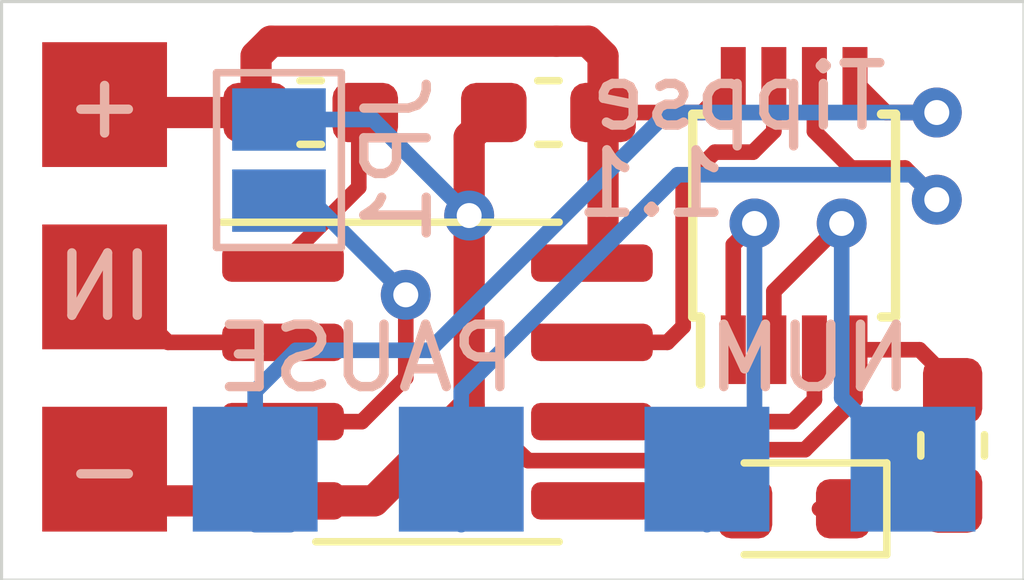
<source format=kicad_pcb>
(kicad_pcb (version 20171130) (host pcbnew "(5.1.5)-3")

  (general
    (thickness 1.6)
    (drawings 12)
    (tracks 96)
    (zones 0)
    (modules 14)
    (nets 14)
  )

  (page A4)
  (layers
    (0 F.Cu signal)
    (31 B.Cu signal)
    (32 B.Adhes user)
    (33 F.Adhes user)
    (34 B.Paste user)
    (35 F.Paste user)
    (36 B.SilkS user)
    (37 F.SilkS user)
    (38 B.Mask user)
    (39 F.Mask user)
    (40 Dwgs.User user)
    (41 Cmts.User user)
    (42 Eco1.User user)
    (43 Eco2.User user)
    (44 Edge.Cuts user)
    (45 Margin user)
    (46 B.CrtYd user)
    (47 F.CrtYd user)
    (48 B.Fab user hide)
    (49 F.Fab user hide)
  )

  (setup
    (last_trace_width 0.25)
    (user_trace_width 0.5)
    (trace_clearance 0.2)
    (zone_clearance 0.508)
    (zone_45_only no)
    (trace_min 0.2)
    (via_size 0.8)
    (via_drill 0.4)
    (via_min_size 0.4)
    (via_min_drill 0.3)
    (uvia_size 0.3)
    (uvia_drill 0.1)
    (uvias_allowed no)
    (uvia_min_size 0.2)
    (uvia_min_drill 0.1)
    (edge_width 0.05)
    (segment_width 0.2)
    (pcb_text_width 0.3)
    (pcb_text_size 1.5 1.5)
    (mod_edge_width 0.12)
    (mod_text_size 1 1)
    (mod_text_width 0.15)
    (pad_size 1.524 1.524)
    (pad_drill 0.762)
    (pad_to_mask_clearance 0.051)
    (solder_mask_min_width 0.25)
    (aux_axis_origin 0 0)
    (visible_elements 7FFFFFFF)
    (pcbplotparams
      (layerselection 0x0ffab_ffffffff)
      (usegerberextensions false)
      (usegerberattributes false)
      (usegerberadvancedattributes false)
      (creategerberjobfile true)
      (excludeedgelayer true)
      (linewidth 0.100000)
      (plotframeref false)
      (viasonmask false)
      (mode 1)
      (useauxorigin false)
      (hpglpennumber 1)
      (hpglpenspeed 20)
      (hpglpendiameter 15.000000)
      (psnegative false)
      (psa4output false)
      (plotreference true)
      (plotvalue true)
      (plotinvisibletext false)
      (padsonsilk false)
      (subtractmaskfromsilk true)
      (outputformat 1)
      (mirror false)
      (drillshape 0)
      (scaleselection 1)
      (outputdirectory ""))
  )

  (net 0 "")
  (net 1 +5V)
  (net 2 "Net-(D1-Pad2)")
  (net 3 "Net-(J2-Pad1)")
  (net 4 "Net-(R2-Pad2)")
  (net 5 "Net-(U1-Pad7)")
  (net 6 GND)
  (net 7 "Net-(U1-Pad3)")
  (net 8 "Net-(J4-Pad1)")
  (net 9 "Net-(J5-Pad1)")
  (net 10 "Net-(J6-Pad1)")
  (net 11 "Net-(J7-Pad1)")
  (net 12 "Net-(JP1-Pad1)")
  (net 13 "Net-(D1-Pad1)")

  (net_class Default "Dies ist die voreingestellte Netzklasse."
    (clearance 0.2)
    (trace_width 0.25)
    (via_dia 0.8)
    (via_drill 0.4)
    (uvia_dia 0.3)
    (uvia_drill 0.1)
    (add_net +5V)
    (add_net GND)
    (add_net "Net-(D1-Pad1)")
    (add_net "Net-(D1-Pad2)")
    (add_net "Net-(J2-Pad1)")
    (add_net "Net-(J4-Pad1)")
    (add_net "Net-(J5-Pad1)")
    (add_net "Net-(J6-Pad1)")
    (add_net "Net-(J7-Pad1)")
    (add_net "Net-(JP1-Pad1)")
    (add_net "Net-(R2-Pad2)")
    (add_net "Net-(U1-Pad3)")
    (add_net "Net-(U1-Pad7)")
  )

  (module LED_SMD:LED_0603_1608Metric (layer F.Cu) (tedit 5B301BBE) (tstamp 5E4353F4)
    (at 206.121 127.889 180)
    (descr "LED SMD 0603 (1608 Metric), square (rectangular) end terminal, IPC_7351 nominal, (Body size source: http://www.tortai-tech.com/upload/download/2011102023233369053.pdf), generated with kicad-footprint-generator")
    (tags diode)
    (path /5E446F0D)
    (attr smd)
    (fp_text reference D1 (at -0.508 -3.937) (layer F.SilkS) hide
      (effects (font (size 1 1) (thickness 0.15)))
    )
    (fp_text value LED (at 0 1.43) (layer F.Fab)
      (effects (font (size 1 1) (thickness 0.15)))
    )
    (fp_text user %R (at 0 0) (layer F.Fab)
      (effects (font (size 0.4 0.4) (thickness 0.06)))
    )
    (fp_line (start 1.48 0.73) (end -1.48 0.73) (layer F.CrtYd) (width 0.05))
    (fp_line (start 1.48 -0.73) (end 1.48 0.73) (layer F.CrtYd) (width 0.05))
    (fp_line (start -1.48 -0.73) (end 1.48 -0.73) (layer F.CrtYd) (width 0.05))
    (fp_line (start -1.48 0.73) (end -1.48 -0.73) (layer F.CrtYd) (width 0.05))
    (fp_line (start -1.485 0.735) (end 0.8 0.735) (layer F.SilkS) (width 0.12))
    (fp_line (start -1.485 -0.735) (end -1.485 0.735) (layer F.SilkS) (width 0.12))
    (fp_line (start 0.8 -0.735) (end -1.485 -0.735) (layer F.SilkS) (width 0.12))
    (fp_line (start 0.8 0.4) (end 0.8 -0.4) (layer F.Fab) (width 0.1))
    (fp_line (start -0.8 0.4) (end 0.8 0.4) (layer F.Fab) (width 0.1))
    (fp_line (start -0.8 -0.1) (end -0.8 0.4) (layer F.Fab) (width 0.1))
    (fp_line (start -0.5 -0.4) (end -0.8 -0.1) (layer F.Fab) (width 0.1))
    (fp_line (start 0.8 -0.4) (end -0.5 -0.4) (layer F.Fab) (width 0.1))
    (pad 2 smd roundrect (at 0.7875 0 180) (size 0.875 0.95) (layers F.Cu F.Paste F.Mask) (roundrect_rratio 0.25)
      (net 2 "Net-(D1-Pad2)"))
    (pad 1 smd roundrect (at -0.7875 0 180) (size 0.875 0.95) (layers F.Cu F.Paste F.Mask) (roundrect_rratio 0.25)
      (net 13 "Net-(D1-Pad1)"))
    (model ${KISYS3DMOD}/LED_SMD.3dshapes/LED_0603_1608Metric.wrl
      (at (xyz 0 0 0))
      (scale (xyz 1 1 1))
      (rotate (xyz 0 0 0))
    )
  )

  (module Package_SO:SOIC-8_3.9x4.9mm_P1.27mm (layer F.Cu) (tedit 5D9F72B1) (tstamp 5E4342E9)
    (at 200.406 125.857)
    (descr "SOIC, 8 Pin (JEDEC MS-012AA, https://www.analog.com/media/en/package-pcb-resources/package/pkg_pdf/soic_narrow-r/r_8.pdf), generated with kicad-footprint-generator ipc_gullwing_generator.py")
    (tags "SOIC SO")
    (path /5E42DE72)
    (attr smd)
    (fp_text reference U2 (at -0.127 5.969) (layer F.SilkS) hide
      (effects (font (size 1 1) (thickness 0.15)))
    )
    (fp_text value ATtiny13-20SSU (at 0 3.4) (layer F.Fab)
      (effects (font (size 1 1) (thickness 0.15)))
    )
    (fp_text user %R (at 0 0) (layer F.Fab)
      (effects (font (size 0.98 0.98) (thickness 0.15)))
    )
    (fp_line (start 3.7 -2.7) (end -3.7 -2.7) (layer F.CrtYd) (width 0.05))
    (fp_line (start 3.7 2.7) (end 3.7 -2.7) (layer F.CrtYd) (width 0.05))
    (fp_line (start -3.7 2.7) (end 3.7 2.7) (layer F.CrtYd) (width 0.05))
    (fp_line (start -3.7 -2.7) (end -3.7 2.7) (layer F.CrtYd) (width 0.05))
    (fp_line (start -1.95 -1.475) (end -0.975 -2.45) (layer F.Fab) (width 0.1))
    (fp_line (start -1.95 2.45) (end -1.95 -1.475) (layer F.Fab) (width 0.1))
    (fp_line (start 1.95 2.45) (end -1.95 2.45) (layer F.Fab) (width 0.1))
    (fp_line (start 1.95 -2.45) (end 1.95 2.45) (layer F.Fab) (width 0.1))
    (fp_line (start -0.975 -2.45) (end 1.95 -2.45) (layer F.Fab) (width 0.1))
    (fp_line (start 0 -2.56) (end -3.45 -2.56) (layer F.SilkS) (width 0.12))
    (fp_line (start 0 -2.56) (end 1.95 -2.56) (layer F.SilkS) (width 0.12))
    (fp_line (start 0 2.56) (end -1.95 2.56) (layer F.SilkS) (width 0.12))
    (fp_line (start 0 2.56) (end 1.95 2.56) (layer F.SilkS) (width 0.12))
    (pad 8 smd roundrect (at 2.475 -1.905) (size 1.95 0.6) (layers F.Cu F.Paste F.Mask) (roundrect_rratio 0.25)
      (net 1 +5V))
    (pad 7 smd roundrect (at 2.475 -0.635) (size 1.95 0.6) (layers F.Cu F.Paste F.Mask) (roundrect_rratio 0.25)
      (net 5 "Net-(U1-Pad7)"))
    (pad 6 smd roundrect (at 2.475 0.635) (size 1.95 0.6) (layers F.Cu F.Paste F.Mask) (roundrect_rratio 0.25)
      (net 7 "Net-(U1-Pad3)"))
    (pad 5 smd roundrect (at 2.475 1.905) (size 1.95 0.6) (layers F.Cu F.Paste F.Mask) (roundrect_rratio 0.25)
      (net 2 "Net-(D1-Pad2)"))
    (pad 4 smd roundrect (at -2.475 1.905) (size 1.95 0.6) (layers F.Cu F.Paste F.Mask) (roundrect_rratio 0.25)
      (net 6 GND))
    (pad 3 smd roundrect (at -2.475 0.635) (size 1.95 0.6) (layers F.Cu F.Paste F.Mask) (roundrect_rratio 0.25)
      (net 12 "Net-(JP1-Pad1)"))
    (pad 2 smd roundrect (at -2.475 -0.635) (size 1.95 0.6) (layers F.Cu F.Paste F.Mask) (roundrect_rratio 0.25)
      (net 3 "Net-(J2-Pad1)"))
    (pad 1 smd roundrect (at -2.475 -1.905) (size 1.95 0.6) (layers F.Cu F.Paste F.Mask) (roundrect_rratio 0.25)
      (net 4 "Net-(R2-Pad2)"))
    (model ${KISYS3DMOD}/Package_SO.3dshapes/SOIC-8_3.9x4.9mm_P1.27mm.wrl
      (at (xyz 0 0 0))
      (scale (xyz 1 1 1))
      (rotate (xyz 0 0 0))
    )
  )

  (module Package_SO:TSSOP-8_3x3mm_P0.65mm (layer F.Cu) (tedit 5A02F25C) (tstamp 5E4342CF)
    (at 206.121 123.19 90)
    (descr "TSSOP8: plastic thin shrink small outline package; 8 leads; body width 3 mm; (see NXP SSOP-TSSOP-VSO-REFLOW.pdf and sot505-1_po.pdf)")
    (tags "SSOP 0.65")
    (path /5E4364AA)
    (attr smd)
    (fp_text reference U1 (at 0 4.572 90) (layer F.SilkS) hide
      (effects (font (size 1 1) (thickness 0.15)))
    )
    (fp_text value 74LVC2G66 (at 0 2.55 90) (layer F.Fab)
      (effects (font (size 1 1) (thickness 0.15)))
    )
    (fp_text user %R (at 0 0 90) (layer F.Fab)
      (effects (font (size 0.6 0.6) (thickness 0.15)))
    )
    (fp_line (start -1.625 -1.5) (end -2.7 -1.5) (layer F.SilkS) (width 0.15))
    (fp_line (start -1.625 1.625) (end 1.625 1.625) (layer F.SilkS) (width 0.15))
    (fp_line (start -1.625 -1.625) (end 1.625 -1.625) (layer F.SilkS) (width 0.15))
    (fp_line (start -1.625 1.625) (end -1.625 1.4) (layer F.SilkS) (width 0.15))
    (fp_line (start 1.625 1.625) (end 1.625 1.4) (layer F.SilkS) (width 0.15))
    (fp_line (start 1.625 -1.625) (end 1.625 -1.4) (layer F.SilkS) (width 0.15))
    (fp_line (start -1.625 -1.625) (end -1.625 -1.5) (layer F.SilkS) (width 0.15))
    (fp_line (start -2.95 1.8) (end 2.95 1.8) (layer F.CrtYd) (width 0.05))
    (fp_line (start -2.95 -1.8) (end 2.95 -1.8) (layer F.CrtYd) (width 0.05))
    (fp_line (start 2.95 -1.8) (end 2.95 1.8) (layer F.CrtYd) (width 0.05))
    (fp_line (start -2.95 -1.8) (end -2.95 1.8) (layer F.CrtYd) (width 0.05))
    (fp_line (start -1.5 -0.5) (end -0.5 -1.5) (layer F.Fab) (width 0.15))
    (fp_line (start -1.5 1.5) (end -1.5 -0.5) (layer F.Fab) (width 0.15))
    (fp_line (start 1.5 1.5) (end -1.5 1.5) (layer F.Fab) (width 0.15))
    (fp_line (start 1.5 -1.5) (end 1.5 1.5) (layer F.Fab) (width 0.15))
    (fp_line (start -0.5 -1.5) (end 1.5 -1.5) (layer F.Fab) (width 0.15))
    (pad 8 smd rect (at 2.15 -0.975 90) (size 1.1 0.4) (layers F.Cu F.Paste F.Mask)
      (net 1 +5V))
    (pad 7 smd rect (at 2.15 -0.325 90) (size 1.1 0.4) (layers F.Cu F.Paste F.Mask)
      (net 5 "Net-(U1-Pad7)"))
    (pad 6 smd rect (at 2.15 0.325 90) (size 1.1 0.4) (layers F.Cu F.Paste F.Mask)
      (net 9 "Net-(J5-Pad1)"))
    (pad 5 smd rect (at 2.15 0.975 90) (size 1.1 0.4) (layers F.Cu F.Paste F.Mask)
      (net 8 "Net-(J4-Pad1)"))
    (pad 4 smd rect (at -2.15 0.975 90) (size 1.1 0.4) (layers F.Cu F.Paste F.Mask)
      (net 6 GND))
    (pad 3 smd rect (at -2.15 0.325 90) (size 1.1 0.4) (layers F.Cu F.Paste F.Mask)
      (net 7 "Net-(U1-Pad3)"))
    (pad 2 smd rect (at -2.15 -0.325 90) (size 1.1 0.4) (layers F.Cu F.Paste F.Mask)
      (net 11 "Net-(J7-Pad1)"))
    (pad 1 smd rect (at -2.15 -0.975 90) (size 1.1 0.4) (layers F.Cu F.Paste F.Mask)
      (net 10 "Net-(J6-Pad1)"))
    (model ${KISYS3DMOD}/Package_SO.3dshapes/TSSOP-8_3x3mm_P0.65mm.wrl
      (at (xyz 0 0 0))
      (scale (xyz 1 1 1))
      (rotate (xyz 0 0 0))
    )
  )

  (module Desktop:SolderWirePad_1x01_SMD_5x10mm (layer F.Cu) (tedit 5E444240) (tstamp 5E4351B1)
    (at 195.072 127.254)
    (descr "Wire Pad, Square, SMD Pad,  5mm x 10mm,")
    (tags "MesurementPoint Square SMDPad 5mmx10mm ")
    (path /5E46BD43)
    (attr smd)
    (fp_text reference J8 (at -3.302 0.127) (layer F.SilkS) hide
      (effects (font (size 1 1) (thickness 0.15)))
    )
    (fp_text value Conn_01x01 (at 0 6.35) (layer F.Fab)
      (effects (font (size 1 1) (thickness 0.15)))
    )
    (fp_text user %R (at 0 0) (layer F.Fab)
      (effects (font (size 1 1) (thickness 0.15)))
    )
    (fp_line (start 1.27 -1.27) (end -1.27 -1.27) (layer F.CrtYd) (width 0.05))
    (fp_line (start 1.27 1.27) (end 1.27 -1.27) (layer F.CrtYd) (width 0.05))
    (fp_line (start -1.27 1.27) (end 1.27 1.27) (layer F.CrtYd) (width 0.05))
    (fp_line (start -1.27 -1.27) (end -1.27 1.27) (layer F.CrtYd) (width 0.05))
    (pad 1 smd rect (at 0 0) (size 2 2) (layers F.Cu F.Paste F.Mask)
      (net 6 GND))
  )

  (module Desktop:SolderWirePad_1x01_SMD_5x10mm (layer F.Cu) (tedit 5E444240) (tstamp 5E4351C4)
    (at 195.072 121.412)
    (descr "Wire Pad, Square, SMD Pad,  5mm x 10mm,")
    (tags "MesurementPoint Square SMDPad 5mmx10mm ")
    (path /5E46B31B)
    (fp_text reference J9 (at -3.302 0.254) (layer F.SilkS) hide
      (effects (font (size 1 1) (thickness 0.15)))
    )
    (fp_text value Conn_01x01 (at 0 6.35) (layer F.Fab) hide
      (effects (font (size 1 1) (thickness 0.15)))
    )
    (fp_text user %R (at 0 0) (layer F.Fab) hide
      (effects (font (size 1 1) (thickness 0.15)))
    )
    (fp_line (start 1.27 -1.27) (end -1.27 -1.27) (layer F.CrtYd) (width 0.05))
    (fp_line (start 1.27 1.27) (end 1.27 -1.27) (layer F.CrtYd) (width 0.05))
    (fp_line (start -1.27 1.27) (end 1.27 1.27) (layer F.CrtYd) (width 0.05))
    (fp_line (start -1.27 -1.27) (end -1.27 1.27) (layer F.CrtYd) (width 0.05))
    (pad 1 smd rect (at 0 0) (size 2 2) (layers F.Cu F.Paste F.Mask)
      (net 1 +5V))
  )

  (module Desktop:SolderWirePad_1x01_SMD_5x10mm (layer B.Cu) (tedit 5E444240) (tstamp 5E4349D0)
    (at 204.724 127.254)
    (descr "Wire Pad, Square, SMD Pad,  5mm x 10mm,")
    (tags "MesurementPoint Square SMDPad 5mmx10mm ")
    (path /5E46276D)
    (fp_text reference J6 (at 0.127 2.794) (layer F.SilkS) hide
      (effects (font (size 1 1) (thickness 0.15)))
    )
    (fp_text value Conn_01x01 (at 0 -6.35) (layer F.Fab) hide
      (effects (font (size 1 1) (thickness 0.15)))
    )
    (fp_text user %R (at 0 0) (layer F.Fab) hide
      (effects (font (size 1 1) (thickness 0.15)))
    )
    (fp_line (start 1.27 1.27) (end -1.27 1.27) (layer B.CrtYd) (width 0.05))
    (fp_line (start 1.27 -1.27) (end 1.27 1.27) (layer B.CrtYd) (width 0.05))
    (fp_line (start -1.27 -1.27) (end 1.27 -1.27) (layer B.CrtYd) (width 0.05))
    (fp_line (start -1.27 1.27) (end -1.27 -1.27) (layer B.CrtYd) (width 0.05))
    (pad 1 smd rect (at 0 0) (size 2 2) (layers B.Cu B.Paste B.Mask)
      (net 10 "Net-(J6-Pad1)"))
  )

  (module Jumper:SolderJumper-2_P1.3mm_Open_Pad1.0x1.5mm (layer B.Cu) (tedit 5A3EABFC) (tstamp 5E444480)
    (at 197.866 122.301 90)
    (descr "SMD Solder Jumper, 1x1.5mm Pads, 0.3mm gap, open")
    (tags "solder jumper open")
    (path /5E446CA6)
    (attr virtual)
    (fp_text reference JP1 (at 4.191 -1.524 270) (layer F.SilkS) hide
      (effects (font (size 1 1) (thickness 0.15)))
    )
    (fp_text value SolderJumper_2_Open (at 0 -1.9 270) (layer F.Fab) hide
      (effects (font (size 1 1) (thickness 0.15)))
    )
    (fp_line (start 1.65 -1.25) (end -1.65 -1.25) (layer B.CrtYd) (width 0.05))
    (fp_line (start 1.65 -1.25) (end 1.65 1.25) (layer B.CrtYd) (width 0.05))
    (fp_line (start -1.65 1.25) (end -1.65 -1.25) (layer B.CrtYd) (width 0.05))
    (fp_line (start -1.65 1.25) (end 1.65 1.25) (layer B.CrtYd) (width 0.05))
    (fp_line (start -1.4 1) (end 1.4 1) (layer B.SilkS) (width 0.12))
    (fp_line (start 1.4 1) (end 1.4 -1) (layer B.SilkS) (width 0.12))
    (fp_line (start 1.4 -1) (end -1.4 -1) (layer B.SilkS) (width 0.12))
    (fp_line (start -1.4 -1) (end -1.4 1) (layer B.SilkS) (width 0.12))
    (pad 1 smd rect (at -0.65 0 90) (size 1 1.5) (layers B.Cu B.Mask)
      (net 12 "Net-(JP1-Pad1)"))
    (pad 2 smd rect (at 0.65 0 90) (size 1 1.5) (layers B.Cu B.Mask)
      (net 6 GND))
  )

  (module Capacitor_SMD:C_0603_1608Metric_Pad1.05x0.95mm_HandSolder (layer F.Cu) (tedit 5B301BBE) (tstamp 5E434244)
    (at 202.184 121.539 180)
    (descr "Capacitor SMD 0603 (1608 Metric), square (rectangular) end terminal, IPC_7351 nominal with elongated pad for handsoldering. (Body size source: http://www.tortai-tech.com/upload/download/2011102023233369053.pdf), generated with kicad-footprint-generator")
    (tags "capacitor handsolder")
    (path /5E4418DB)
    (attr smd)
    (fp_text reference C1 (at 0.381 2.794) (layer F.SilkS) hide
      (effects (font (size 1 1) (thickness 0.15)))
    )
    (fp_text value 100n (at -0.127 -1.397) (layer F.Fab) hide
      (effects (font (size 1 1) (thickness 0.15)))
    )
    (fp_text user %R (at 0 0) (layer F.Fab) hide
      (effects (font (size 0.4 0.4) (thickness 0.06)))
    )
    (fp_line (start 1.65 0.73) (end -1.65 0.73) (layer F.CrtYd) (width 0.05))
    (fp_line (start 1.65 -0.73) (end 1.65 0.73) (layer F.CrtYd) (width 0.05))
    (fp_line (start -1.65 -0.73) (end 1.65 -0.73) (layer F.CrtYd) (width 0.05))
    (fp_line (start -1.65 0.73) (end -1.65 -0.73) (layer F.CrtYd) (width 0.05))
    (fp_line (start -0.171267 0.51) (end 0.171267 0.51) (layer F.SilkS) (width 0.12))
    (fp_line (start -0.171267 -0.51) (end 0.171267 -0.51) (layer F.SilkS) (width 0.12))
    (fp_line (start 0.8 0.4) (end -0.8 0.4) (layer F.Fab) (width 0.1))
    (fp_line (start 0.8 -0.4) (end 0.8 0.4) (layer F.Fab) (width 0.1))
    (fp_line (start -0.8 -0.4) (end 0.8 -0.4) (layer F.Fab) (width 0.1))
    (fp_line (start -0.8 0.4) (end -0.8 -0.4) (layer F.Fab) (width 0.1))
    (pad 2 smd roundrect (at 0.875 0 180) (size 1.05 0.95) (layers F.Cu F.Paste F.Mask) (roundrect_rratio 0.25)
      (net 6 GND))
    (pad 1 smd roundrect (at -0.875 0 180) (size 1.05 0.95) (layers F.Cu F.Paste F.Mask) (roundrect_rratio 0.25)
      (net 1 +5V))
    (model ${KISYS3DMOD}/Capacitor_SMD.3dshapes/C_0603_1608Metric.wrl
      (at (xyz 0 0 0))
      (scale (xyz 1 1 1))
      (rotate (xyz 0 0 0))
    )
  )

  (module Desktop:SolderWirePad_1x01_SMD_5x10mm (layer B.Cu) (tedit 5E444240) (tstamp 5E437F65)
    (at 208.026 127.254)
    (descr "Wire Pad, Square, SMD Pad,  5mm x 10mm,")
    (tags "MesurementPoint Square SMDPad 5mmx10mm ")
    (path /5E4629BC)
    (fp_text reference J7 (at 0.127 2.667) (layer F.SilkS) hide
      (effects (font (size 1 1) (thickness 0.15)))
    )
    (fp_text value Conn_01x01 (at 0 -6.35) (layer F.Fab) hide
      (effects (font (size 1 1) (thickness 0.15)))
    )
    (fp_text user %R (at 0 0) (layer F.Fab) hide
      (effects (font (size 1 1) (thickness 0.15)))
    )
    (fp_line (start 1.27 1.27) (end -1.27 1.27) (layer B.CrtYd) (width 0.05))
    (fp_line (start 1.27 -1.27) (end 1.27 1.27) (layer B.CrtYd) (width 0.05))
    (fp_line (start -1.27 -1.27) (end 1.27 -1.27) (layer B.CrtYd) (width 0.05))
    (fp_line (start -1.27 1.27) (end -1.27 -1.27) (layer B.CrtYd) (width 0.05))
    (pad 1 smd rect (at 0 0) (size 2 2) (layers B.Cu B.Paste B.Mask)
      (net 11 "Net-(J7-Pad1)"))
  )

  (module Desktop:SolderWirePad_1x01_SMD_5x10mm (layer B.Cu) (tedit 5E444240) (tstamp 5E4349BD)
    (at 200.787 127.254)
    (descr "Wire Pad, Square, SMD Pad,  5mm x 10mm,")
    (tags "MesurementPoint Square SMDPad 5mmx10mm ")
    (path /5E4622D9)
    (fp_text reference J5 (at 0.127 2.667) (layer F.SilkS) hide
      (effects (font (size 1 1) (thickness 0.15)))
    )
    (fp_text value Conn_01x01 (at 0 -6.35) (layer F.Fab) hide
      (effects (font (size 1 1) (thickness 0.15)))
    )
    (fp_text user %R (at 0 0) (layer F.Fab) hide
      (effects (font (size 1 1) (thickness 0.15)))
    )
    (fp_line (start 1.27 1.27) (end -1.27 1.27) (layer B.CrtYd) (width 0.05))
    (fp_line (start 1.27 -1.27) (end 1.27 1.27) (layer B.CrtYd) (width 0.05))
    (fp_line (start -1.27 -1.27) (end 1.27 -1.27) (layer B.CrtYd) (width 0.05))
    (fp_line (start -1.27 1.27) (end -1.27 -1.27) (layer B.CrtYd) (width 0.05))
    (pad 1 smd rect (at 0 0) (size 2 2) (layers B.Cu B.Paste B.Mask)
      (net 9 "Net-(J5-Pad1)"))
  )

  (module Desktop:SolderWirePad_1x01_SMD_5x10mm (layer B.Cu) (tedit 5E444240) (tstamp 5E4349AA)
    (at 197.485 127.254)
    (descr "Wire Pad, Square, SMD Pad,  5mm x 10mm,")
    (tags "MesurementPoint Square SMDPad 5mmx10mm ")
    (path /5E461F64)
    (fp_text reference J4 (at 0.127 2.667) (layer F.SilkS) hide
      (effects (font (size 1 1) (thickness 0.15)))
    )
    (fp_text value Conn_01x01 (at 0 -6.35) (layer F.Fab) hide
      (effects (font (size 1 1) (thickness 0.15)))
    )
    (fp_text user %R (at 0 0) (layer F.Fab) hide
      (effects (font (size 1 1) (thickness 0.15)))
    )
    (fp_line (start 1.27 1.27) (end -1.27 1.27) (layer B.CrtYd) (width 0.05))
    (fp_line (start 1.27 -1.27) (end 1.27 1.27) (layer B.CrtYd) (width 0.05))
    (fp_line (start -1.27 -1.27) (end 1.27 -1.27) (layer B.CrtYd) (width 0.05))
    (fp_line (start -1.27 1.27) (end -1.27 -1.27) (layer B.CrtYd) (width 0.05))
    (pad 1 smd rect (at 0 0) (size 2 2) (layers B.Cu B.Paste B.Mask)
      (net 8 "Net-(J4-Pad1)"))
  )

  (module Desktop:SolderWirePad_1x01_SMD_5x10mm (layer F.Cu) (tedit 5E444240) (tstamp 5E43427D)
    (at 195.072 124.333)
    (descr "Wire Pad, Square, SMD Pad,  5mm x 10mm,")
    (tags "MesurementPoint Square SMDPad 5mmx10mm ")
    (path /5E455BC7)
    (attr smd virtual)
    (fp_text reference J2 (at -3.048 0.254) (layer F.SilkS) hide
      (effects (font (size 1 1) (thickness 0.15)))
    )
    (fp_text value Conn_01x01 (at 0 6.35) (layer F.Fab)
      (effects (font (size 1 1) (thickness 0.15)))
    )
    (fp_text user %R (at 0 0) (layer F.Fab)
      (effects (font (size 1 1) (thickness 0.15)))
    )
    (fp_line (start 1.27 -1.27) (end -1.27 -1.27) (layer F.CrtYd) (width 0.05))
    (fp_line (start 1.27 1.27) (end 1.27 -1.27) (layer F.CrtYd) (width 0.05))
    (fp_line (start -1.27 1.27) (end 1.27 1.27) (layer F.CrtYd) (width 0.05))
    (fp_line (start -1.27 -1.27) (end -1.27 1.27) (layer F.CrtYd) (width 0.05))
    (pad 1 smd rect (at 0 0) (size 2 2) (layers F.Cu F.Paste F.Mask)
      (net 3 "Net-(J2-Pad1)"))
  )

  (module Resistor_SMD:R_0603_1608Metric_Pad1.05x0.95mm_HandSolder (layer F.Cu) (tedit 5B301BBD) (tstamp 5E437965)
    (at 198.374 121.539)
    (descr "Resistor SMD 0603 (1608 Metric), square (rectangular) end terminal, IPC_7351 nominal with elongated pad for handsoldering. (Body size source: http://www.tortai-tech.com/upload/download/2011102023233369053.pdf), generated with kicad-footprint-generator")
    (tags "resistor handsolder")
    (path /5E4412F8)
    (attr smd)
    (fp_text reference R2 (at 0.127 -2.921) (layer F.SilkS) hide
      (effects (font (size 1 1) (thickness 0.15)))
    )
    (fp_text value 10K (at 0 1.43) (layer F.Fab) hide
      (effects (font (size 1 1) (thickness 0.15)))
    )
    (fp_text user %R (at 0 0) (layer F.Fab)
      (effects (font (size 0.4 0.4) (thickness 0.06)))
    )
    (fp_line (start 1.65 0.73) (end -1.65 0.73) (layer F.CrtYd) (width 0.05))
    (fp_line (start 1.65 -0.73) (end 1.65 0.73) (layer F.CrtYd) (width 0.05))
    (fp_line (start -1.65 -0.73) (end 1.65 -0.73) (layer F.CrtYd) (width 0.05))
    (fp_line (start -1.65 0.73) (end -1.65 -0.73) (layer F.CrtYd) (width 0.05))
    (fp_line (start -0.171267 0.51) (end 0.171267 0.51) (layer F.SilkS) (width 0.12))
    (fp_line (start -0.171267 -0.51) (end 0.171267 -0.51) (layer F.SilkS) (width 0.12))
    (fp_line (start 0.8 0.4) (end -0.8 0.4) (layer F.Fab) (width 0.1))
    (fp_line (start 0.8 -0.4) (end 0.8 0.4) (layer F.Fab) (width 0.1))
    (fp_line (start -0.8 -0.4) (end 0.8 -0.4) (layer F.Fab) (width 0.1))
    (fp_line (start -0.8 0.4) (end -0.8 -0.4) (layer F.Fab) (width 0.1))
    (pad 2 smd roundrect (at 0.875 0) (size 1.05 0.95) (layers F.Cu F.Paste F.Mask) (roundrect_rratio 0.25)
      (net 4 "Net-(R2-Pad2)"))
    (pad 1 smd roundrect (at -0.875 0) (size 1.05 0.95) (layers F.Cu F.Paste F.Mask) (roundrect_rratio 0.25)
      (net 1 +5V))
    (model ${KISYS3DMOD}/Resistor_SMD.3dshapes/R_0603_1608Metric.wrl
      (at (xyz 0 0 0))
      (scale (xyz 1 1 1))
      (rotate (xyz 0 0 0))
    )
  )

  (module Resistor_SMD:R_0603_1608Metric_Pad1.05x0.95mm_HandSolder (layer F.Cu) (tedit 5B301BBD) (tstamp 5E4342A1)
    (at 208.661 126.873 90)
    (descr "Resistor SMD 0603 (1608 Metric), square (rectangular) end terminal, IPC_7351 nominal with elongated pad for handsoldering. (Body size source: http://www.tortai-tech.com/upload/download/2011102023233369053.pdf), generated with kicad-footprint-generator")
    (tags "resistor handsolder")
    (path /5E440652)
    (attr smd)
    (fp_text reference R1 (at 0.254 2.032 90) (layer F.SilkS) hide
      (effects (font (size 1 1) (thickness 0.15)))
    )
    (fp_text value 1K (at 0 1.43 90) (layer F.Fab)
      (effects (font (size 1 1) (thickness 0.15)))
    )
    (fp_text user %R (at 0 0 90) (layer F.Fab)
      (effects (font (size 0.4 0.4) (thickness 0.06)))
    )
    (fp_line (start 1.65 0.73) (end -1.65 0.73) (layer F.CrtYd) (width 0.05))
    (fp_line (start 1.65 -0.73) (end 1.65 0.73) (layer F.CrtYd) (width 0.05))
    (fp_line (start -1.65 -0.73) (end 1.65 -0.73) (layer F.CrtYd) (width 0.05))
    (fp_line (start -1.65 0.73) (end -1.65 -0.73) (layer F.CrtYd) (width 0.05))
    (fp_line (start -0.171267 0.51) (end 0.171267 0.51) (layer F.SilkS) (width 0.12))
    (fp_line (start -0.171267 -0.51) (end 0.171267 -0.51) (layer F.SilkS) (width 0.12))
    (fp_line (start 0.8 0.4) (end -0.8 0.4) (layer F.Fab) (width 0.1))
    (fp_line (start 0.8 -0.4) (end 0.8 0.4) (layer F.Fab) (width 0.1))
    (fp_line (start -0.8 -0.4) (end 0.8 -0.4) (layer F.Fab) (width 0.1))
    (fp_line (start -0.8 0.4) (end -0.8 -0.4) (layer F.Fab) (width 0.1))
    (pad 2 smd roundrect (at 0.875 0 90) (size 1.05 0.95) (layers F.Cu F.Paste F.Mask) (roundrect_rratio 0.25)
      (net 6 GND))
    (pad 1 smd roundrect (at -0.875 0 90) (size 1.05 0.95) (layers F.Cu F.Paste F.Mask) (roundrect_rratio 0.25)
      (net 13 "Net-(D1-Pad1)"))
    (model ${KISYS3DMOD}/Resistor_SMD.3dshapes/R_0603_1608Metric.wrl
      (at (xyz 0 0 0))
      (scale (xyz 1 1 1))
      (rotate (xyz 0 0 0))
    )
  )

  (gr_text 1.1 (at 203.835 122.682) (layer B.SilkS)
    (effects (font (size 1 1) (thickness 0.15)) (justify mirror))
  )
  (gr_text Tippse (at 205.232 121.285) (layer B.SilkS)
    (effects (font (size 1 1) (thickness 0.15)) (justify mirror))
  )
  (gr_text - (at 195.072 127.254) (layer B.SilkS)
    (effects (font (size 1 1) (thickness 0.15)) (justify mirror))
  )
  (gr_text IN (at 195.072 124.333) (layer B.SilkS)
    (effects (font (size 1 1) (thickness 0.15)) (justify mirror))
  )
  (gr_text + (at 195.072 121.412) (layer B.SilkS)
    (effects (font (size 1 1) (thickness 0.15)) (justify mirror))
  )
  (gr_text JP1 (at 199.771 122.301 90) (layer B.SilkS)
    (effects (font (size 1 1) (thickness 0.15)) (justify mirror))
  )
  (gr_text PAUSE (at 199.263 125.476) (layer B.SilkS)
    (effects (font (size 1 1) (thickness 0.15)) (justify mirror))
  )
  (gr_text NUM (at 206.375 125.476) (layer B.SilkS)
    (effects (font (size 1 1) (thickness 0.15)) (justify mirror))
  )
  (gr_line (start 193.421 129.032) (end 209.804 129.032) (layer Edge.Cuts) (width 0.05))
  (gr_line (start 193.421 119.761) (end 193.421 129.032) (layer Edge.Cuts) (width 0.05))
  (gr_line (start 209.804 119.761) (end 193.421 119.761) (layer Edge.Cuts) (width 0.05))
  (gr_line (start 209.804 129.032) (end 209.804 119.761) (layer Edge.Cuts) (width 0.05))

  (segment (start 195.326 121.666) (end 195.072 121.412) (width 0.25) (layer F.Cu) (net 1))
  (segment (start 203.008 121.59) (end 203.059 121.539) (width 0.25) (layer F.Cu) (net 1))
  (segment (start 202.89 123.961) (end 202.881 123.952) (width 0.25) (layer F.Cu) (net 1))
  (segment (start 195.199 121.539) (end 195.072 121.412) (width 0.5) (layer F.Cu) (net 1))
  (segment (start 197.499 121.539) (end 195.199 121.539) (width 0.5) (layer F.Cu) (net 1))
  (segment (start 203.059 123.774) (end 202.881 123.952) (width 0.5) (layer F.Cu) (net 1))
  (segment (start 203.059 121.539) (end 203.059 123.774) (width 0.5) (layer F.Cu) (net 1))
  (segment (start 197.499 120.636) (end 197.499 121.539) (width 0.5) (layer F.Cu) (net 1))
  (segment (start 197.739 120.396) (end 197.499 120.636) (width 0.5) (layer F.Cu) (net 1))
  (segment (start 203.059 121.539) (end 203.059 120.636) (width 0.5) (layer F.Cu) (net 1))
  (segment (start 203.059 120.636) (end 202.819 120.396) (width 0.5) (layer F.Cu) (net 1))
  (segment (start 202.819 120.396) (end 202.311 120.396) (width 0.5) (layer F.Cu) (net 1))
  (segment (start 202.311 120.396) (end 197.739 120.396) (width 0.5) (layer F.Cu) (net 1))
  (segment (start 204.647 121.539) (end 205.146 121.04) (width 0.25) (layer F.Cu) (net 1))
  (segment (start 203.059 121.539) (end 204.647 121.539) (width 0.25) (layer F.Cu) (net 1))
  (segment (start 202.946 127.827) (end 202.881 127.762) (width 0.25) (layer F.Cu) (net 2))
  (segment (start 205.2065 127.762) (end 205.3335 127.889) (width 0.25) (layer F.Cu) (net 2))
  (segment (start 203.008 127.889) (end 202.881 127.762) (width 0.25) (layer F.Cu) (net 2))
  (segment (start 205.3335 127.889) (end 203.008 127.889) (width 0.25) (layer F.Cu) (net 2))
  (segment (start 197.931 125.222) (end 196.088 125.222) (width 0.25) (layer F.Cu) (net 3))
  (segment (start 196.088 125.222) (end 195.072 124.206) (width 0.25) (layer F.Cu) (net 3))
  (segment (start 197.866 123.887) (end 197.931 123.952) (width 0.25) (layer F.Cu) (net 4))
  (segment (start 199.145 122.738) (end 199.145 121.539) (width 0.25) (layer F.Cu) (net 4))
  (segment (start 197.931 123.952) (end 199.145 122.738) (width 0.25) (layer F.Cu) (net 4))
  (segment (start 205.796 121.84) (end 205.796 121.04) (width 0.25) (layer F.Cu) (net 5))
  (segment (start 205.462 122.174) (end 205.796 121.84) (width 0.25) (layer F.Cu) (net 5))
  (segment (start 202.881 125.222) (end 204.089 125.222) (width 0.25) (layer F.Cu) (net 5))
  (segment (start 204.343 124.968) (end 204.343 122.682) (width 0.25) (layer F.Cu) (net 5))
  (segment (start 204.089 125.222) (end 204.343 124.968) (width 0.25) (layer F.Cu) (net 5))
  (segment (start 204.343 122.682) (end 204.851 122.174) (width 0.25) (layer F.Cu) (net 5))
  (segment (start 204.851 122.174) (end 205.462 122.174) (width 0.25) (layer F.Cu) (net 5))
  (via (at 200.914 123.19) (size 0.8) (drill 0.4) (layers F.Cu B.Cu) (net 6))
  (segment (start 198.906 127.762) (end 197.931 127.762) (width 0.25) (layer F.Cu) (net 6))
  (segment (start 199.375 121.651) (end 200.914 123.19) (width 0.25) (layer B.Cu) (net 6))
  (segment (start 197.866 121.651) (end 199.375 121.651) (width 0.25) (layer B.Cu) (net 6))
  (segment (start 208.13 125.34) (end 208.788 125.998) (width 0.25) (layer F.Cu) (net 6))
  (segment (start 207.096 125.34) (end 208.13 125.34) (width 0.25) (layer F.Cu) (net 6))
  (segment (start 200.914 123.19) (end 200.914 126.238) (width 0.5) (layer F.Cu) (net 6))
  (segment (start 201.859242 127.11701) (end 200.914 126.238) (width 0.25) (layer F.Cu) (net 6))
  (segment (start 200.914 126.238) (end 200.914 126.171768) (width 0.25) (layer F.Cu) (net 6))
  (segment (start 199.39 127.762) (end 197.931 127.762) (width 0.5) (layer F.Cu) (net 6))
  (segment (start 200.914 126.238) (end 199.39 127.762) (width 0.5) (layer F.Cu) (net 6))
  (segment (start 200.914 121.934) (end 201.309 121.539) (width 0.5) (layer F.Cu) (net 6))
  (segment (start 200.914 123.19) (end 200.914 121.934) (width 0.5) (layer F.Cu) (net 6))
  (segment (start 195.58 127.762) (end 195.072 127.254) (width 0.5) (layer F.Cu) (net 6))
  (segment (start 197.931 127.762) (end 195.58 127.762) (width 0.5) (layer F.Cu) (net 6))
  (segment (start 201.859242 127.11701) (end 204.35299 127.11701) (width 0.25) (layer F.Cu) (net 6))
  (segment (start 207.096 126.14) (end 207.096 125.34) (width 0.25) (layer F.Cu) (net 6))
  (segment (start 206.293991 126.942009) (end 207.096 126.14) (width 0.25) (layer F.Cu) (net 6))
  (segment (start 204.35299 127.11701) (end 204.527991 126.942009) (width 0.25) (layer F.Cu) (net 6))
  (segment (start 204.527991 126.942009) (end 206.293991 126.942009) (width 0.25) (layer F.Cu) (net 6))
  (segment (start 206.446 126.14) (end 206.446 125.34) (width 0.25) (layer F.Cu) (net 7))
  (segment (start 206.094 126.492) (end 206.446 126.14) (width 0.25) (layer F.Cu) (net 7))
  (segment (start 202.881 126.492) (end 206.094 126.492) (width 0.25) (layer F.Cu) (net 7))
  (via (at 208.407 121.539) (size 0.8) (drill 0.4) (layers F.Cu B.Cu) (net 8))
  (segment (start 198.050002 128.143) (end 197.485 128.143) (width 0.25) (layer B.Cu) (net 8))
  (segment (start 197.485 126.004) (end 198.14 125.349) (width 0.25) (layer B.Cu) (net 8))
  (segment (start 197.485 127.254) (end 197.485 126.004) (width 0.25) (layer B.Cu) (net 8))
  (segment (start 198.14 125.349) (end 200.279 125.349) (width 0.25) (layer B.Cu) (net 8))
  (segment (start 207.595 121.539) (end 207.096 121.04) (width 0.25) (layer F.Cu) (net 8))
  (segment (start 208.407 121.539) (end 207.595 121.539) (width 0.25) (layer F.Cu) (net 8))
  (segment (start 204.089 121.539) (end 200.279 125.349) (width 0.25) (layer B.Cu) (net 8))
  (segment (start 208.407 121.539) (end 204.089 121.539) (width 0.25) (layer B.Cu) (net 8))
  (via (at 208.407 122.936) (size 0.8) (drill 0.4) (layers F.Cu B.Cu) (net 9))
  (segment (start 200.787 126.893) (end 200.787 128.143) (width 0.25) (layer B.Cu) (net 9))
  (segment (start 206.446 121.84) (end 207.034 122.428) (width 0.25) (layer F.Cu) (net 9))
  (segment (start 206.446 121.04) (end 206.446 121.84) (width 0.25) (layer F.Cu) (net 9))
  (segment (start 207.899 122.428) (end 208.407 122.936) (width 0.25) (layer F.Cu) (net 9))
  (segment (start 207.034 122.428) (end 207.899 122.428) (width 0.25) (layer F.Cu) (net 9))
  (segment (start 200.787 126.004) (end 200.787 127.254) (width 0.25) (layer B.Cu) (net 9))
  (segment (start 204.254999 122.536001) (end 200.787 126.004) (width 0.25) (layer B.Cu) (net 9))
  (segment (start 208.007001 122.536001) (end 204.254999 122.536001) (width 0.25) (layer B.Cu) (net 9))
  (segment (start 208.407 122.936) (end 208.007001 122.536001) (width 0.25) (layer B.Cu) (net 9))
  (via (at 205.486 123.317) (size 0.8) (drill 0.4) (layers F.Cu B.Cu) (net 10))
  (segment (start 205.146 123.657) (end 205.486 123.317) (width 0.25) (layer F.Cu) (net 10))
  (segment (start 205.146 125.34) (end 205.146 123.657) (width 0.25) (layer F.Cu) (net 10))
  (segment (start 205.486 127.381) (end 204.724 128.143) (width 0.25) (layer B.Cu) (net 10))
  (segment (start 205.486 123.317) (end 205.486 127.381) (width 0.25) (layer B.Cu) (net 10))
  (via (at 206.883 123.317) (size 0.8) (drill 0.4) (layers F.Cu B.Cu) (net 11))
  (segment (start 205.796 124.404) (end 206.883 123.317) (width 0.25) (layer F.Cu) (net 11))
  (segment (start 205.796 125.34) (end 205.796 124.404) (width 0.25) (layer F.Cu) (net 11))
  (segment (start 206.883 126.111) (end 208.026 127.254) (width 0.25) (layer B.Cu) (net 11))
  (segment (start 206.883 123.317) (end 206.883 126.111) (width 0.25) (layer B.Cu) (net 11))
  (via (at 199.898 124.46) (size 0.8) (drill 0.4) (layers F.Cu B.Cu) (net 12))
  (segment (start 198.906 126.492) (end 197.931 126.492) (width 0.25) (layer F.Cu) (net 12))
  (segment (start 199.193685 126.492) (end 198.906 126.492) (width 0.25) (layer F.Cu) (net 12))
  (segment (start 199.898 125.787685) (end 199.193685 126.492) (width 0.25) (layer F.Cu) (net 12))
  (segment (start 197.866 123.19) (end 197.866 122.951) (width 0.25) (layer B.Cu) (net 12))
  (segment (start 198.389 122.951) (end 197.866 122.951) (width 0.25) (layer B.Cu) (net 12))
  (segment (start 199.898 124.46) (end 198.389 122.951) (width 0.25) (layer B.Cu) (net 12))
  (segment (start 199.898 125.349) (end 199.898 124.46) (width 0.25) (layer F.Cu) (net 12))
  (segment (start 199.898 125.349) (end 199.898 125.787685) (width 0.25) (layer F.Cu) (net 12))
  (segment (start 199.898 125.222) (end 199.898 125.349) (width 0.25) (layer F.Cu) (net 12))
  (segment (start 206.632 127.889) (end 206.5275 127.889) (width 0.25) (layer F.Cu) (net 13))
  (segment (start 208.647 127.889) (end 208.788 127.748) (width 0.25) (layer F.Cu) (net 13))
  (segment (start 206.9085 127.889) (end 208.647 127.889) (width 0.25) (layer F.Cu) (net 13))

)

</source>
